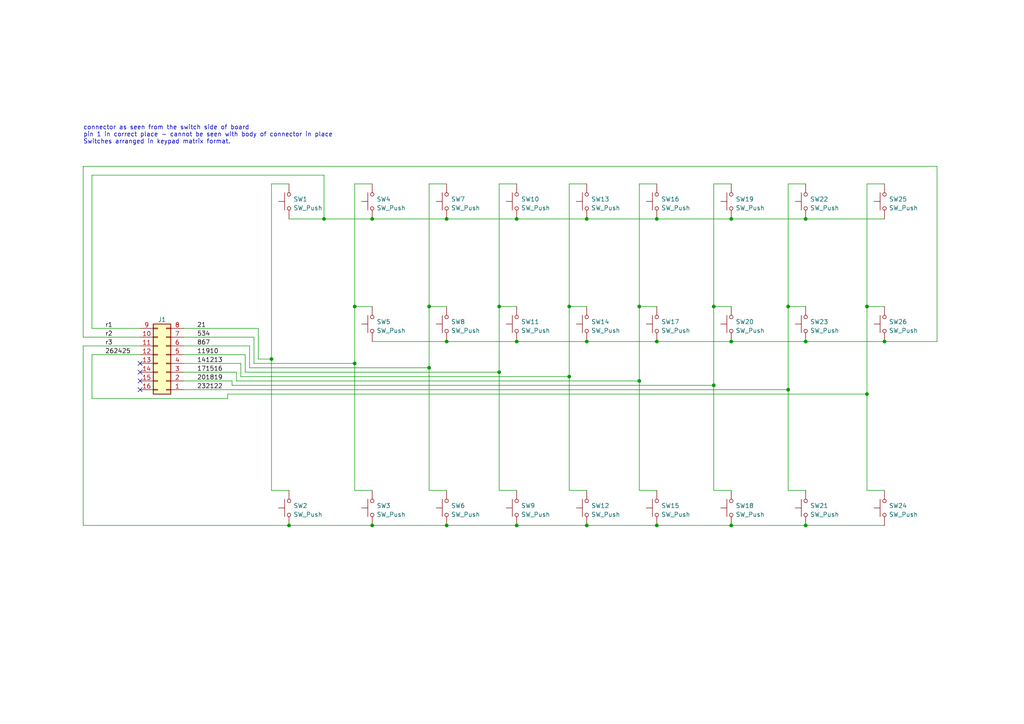
<source format=kicad_sch>
(kicad_sch (version 20230121) (generator eeschema)
  (paper "A4")
  (lib_symbols
    (symbol "Connector_Generic:Conn_02x08_Counter_Clockwise" (pin_names (offset 1.016) hide)
      (property "Reference" "J" (at 1.27 10.16 0))
      (property "Value" "Conn_02x08_Counter_Clockwise" (at 1.27 -12.7 0))
      (symbol "Conn_02x08_Counter_Clockwise_1_1"
        (rectangle (start -1.27 -10.033) (end 0 -10.287) (stroke (width 0.1524)))
        (rectangle (start -1.27 -7.493) (end 0 -7.747) (stroke (width 0.1524)))
        (rectangle (start -1.27 -4.953) (end 0 -5.207) (stroke (width 0.1524)))
        (rectangle (start -1.27 -2.413) (end 0 -2.667) (stroke (width 0.1524)))
        (rectangle (start -1.27 0.127) (end 0 -0.127) (stroke (width 0.1524)))
        (rectangle (start -1.27 2.667) (end 0 2.413) (stroke (width 0.1524)))
        (rectangle (start -1.27 5.207) (end 0 4.953) (stroke (width 0.1524)))
        (rectangle (start -1.27 7.747) (end 0 7.493) (stroke (width 0.1524)))
        (rectangle (start -1.27 8.89) (end 3.81 -11.43) (stroke (width 0.254)) (fill (type background)))
        (rectangle (start 3.81 -10.033) (end 2.54 -10.287) (stroke (width 0.1524)))
        (rectangle (start 3.81 -7.493) (end 2.54 -7.747) (stroke (width 0.1524)))
        (rectangle (start 3.81 -4.953) (end 2.54 -5.207) (stroke (width 0.1524)))
        (rectangle (start 3.81 -2.413) (end 2.54 -2.667) (stroke (width 0.1524)))
        (rectangle (start 3.81 0.127) (end 2.54 -0.127) (stroke (width 0.1524)))
        (rectangle (start 3.81 2.667) (end 2.54 2.413) (stroke (width 0.1524)))
        (rectangle (start 3.81 5.207) (end 2.54 4.953) (stroke (width 0.1524)))
        (rectangle (start 3.81 7.747) (end 2.54 7.493) (stroke (width 0.1524)))
        (pin passive line (at -5.08 7.62 0) (length 3.81) (name "Pin_1") (number "1"))
        (pin passive line (at 7.62 -7.62 180) (length 3.81) (name "Pin_10") (number "10"))
        (pin passive line (at 7.62 -5.08 180) (length 3.81) (name "Pin_11") (number "11"))
        (pin passive line (at 7.62 -2.54 180) (length 3.81) (name "Pin_12") (number "12"))
        (pin passive line (at 7.62 0 180) (length 3.81) (name "Pin_13") (number "13"))
        (pin passive line (at 7.62 2.54 180) (length 3.81) (name "Pin_14") (number "14"))
        (pin passive line (at 7.62 5.08 180) (length 3.81) (name "Pin_15") (number "15"))
        (pin passive line (at 7.62 7.62 180) (length 3.81) (name "Pin_16") (number "16"))
        (pin passive line (at -5.08 5.08 0) (length 3.81) (name "Pin_2") (number "2"))
        (pin passive line (at -5.08 2.54 0) (length 3.81) (name "Pin_3") (number "3"))
        (pin passive line (at -5.08 0 0) (length 3.81) (name "Pin_4") (number "4"))
        (pin passive line (at -5.08 -2.54 0) (length 3.81) (name "Pin_5") (number "5"))
        (pin passive line (at -5.08 -5.08 0) (length 3.81) (name "Pin_6") (number "6"))
        (pin passive line (at -5.08 -7.62 0) (length 3.81) (name "Pin_7") (number "7"))
        (pin passive line (at -5.08 -10.16 0) (length 3.81) (name "Pin_8") (number "8"))
        (pin passive line (at 7.62 -10.16 180) (length 3.81) (name "Pin_9") (number "9"))
      )
    )
    (symbol "Switch:SW_Push" (pin_numbers hide) (pin_names (offset 1.016) hide)
      (property "Reference" "SW" (at 1.27 2.54 0))
      (property "Value" "SW_Push" (at 0 -1.524 0))
      (symbol "SW_Push_0_1"
        (circle (center -2.032 0) (radius 0.508))
        (polyline (pts (xy 0 1.27) (xy 0 3.048)))
        (polyline (pts (xy 2.54 1.27) (xy -2.54 1.27)))
        (circle (center 2.032 0) (radius 0.508))
        (pin passive line (at -5.08 0 0) (length 2.54) (name "1") (number "1"))
        (pin passive line (at 5.08 0 180) (length 2.54) (name "2") (number "2"))
      )
    )
  )
  (junction (at 170.18 63.5))
  (junction (at 149.86 99.06))
  (junction (at 185.42 110.49))
  (junction (at 212.09 152.4))
  (junction (at 124.46 106.68))
  (junction (at 190.5 99.06))
  (junction (at 207.01 88.9))
  (junction (at 185.42 88.9))
  (junction (at 83.82 152.4))
  (junction (at 149.86 152.4))
  (junction (at 190.5 63.5))
  (junction (at 256.54 99.06))
  (junction (at 251.46 88.9))
  (junction (at 207.01 111.76))
  (junction (at 107.95 152.4))
  (junction (at 170.18 99.06))
  (junction (at 165.1 109.22))
  (junction (at 212.09 99.06))
  (junction (at 144.78 88.9))
  (junction (at 233.68 152.4))
  (junction (at 165.1 88.9))
  (junction (at 212.09 63.5))
  (junction (at 102.87 105.41))
  (junction (at 129.54 99.06))
  (junction (at 170.18 152.4))
  (junction (at 102.87 88.9))
  (junction (at 129.54 63.5))
  (junction (at 228.6 113.03))
  (junction (at 144.78 107.95))
  (junction (at 78.74 104.14))
  (junction (at 251.46 114.3))
  (junction (at 233.68 99.06))
  (junction (at 124.46 88.9))
  (junction (at 107.95 63.5))
  (junction (at 129.54 152.4))
  (junction (at 190.5 152.4))
  (junction (at 93.98 63.5))
  (junction (at 228.6 88.9))
  (junction (at 233.68 63.5))
  (junction (at 149.86 63.5))
  (no_connect (at 40.64 107.95))
  (no_connect (at 40.64 113.03))
  (no_connect (at 40.64 105.41))
  (no_connect (at 40.64 110.49))
  (wire (pts (xy 83.82 152.4) (xy 107.95 152.4)))
  (wire (pts (xy 124.46 88.9) (xy 124.46 106.68)))
  (wire (pts (xy 78.74 53.34) (xy 83.82 53.34)))
  (wire (pts (xy 78.74 142.24) (xy 83.82 142.24)))
  (wire (pts (xy 53.34 97.79) (xy 73.66 97.79)))
  (wire (pts (xy 212.09 99.06) (xy 233.68 99.06)))
  (wire (pts (xy 73.66 97.79) (xy 73.66 105.41)))
  (wire (pts (xy 102.87 53.34) (xy 102.87 88.9)))
  (wire (pts (xy 170.18 99.06) (xy 190.5 99.06)))
  (wire (pts (xy 53.34 95.25) (xy 74.93 95.25)))
  (wire (pts (xy 53.34 110.49) (xy 67.31 110.49)))
  (wire (pts (xy 185.42 88.9) (xy 190.5 88.9)))
  (wire (pts (xy 228.6 113.03) (xy 228.6 142.24)))
  (wire (pts (xy 165.1 53.34) (xy 165.1 88.9)))
  (wire (pts (xy 107.95 99.06) (xy 129.54 99.06)))
  (wire (pts (xy 69.85 105.41) (xy 69.85 109.22)))
  (wire (pts (xy 129.54 152.4) (xy 149.86 152.4)))
  (wire (pts (xy 124.46 88.9) (xy 129.54 88.9)))
  (wire (pts (xy 129.54 53.34) (xy 124.46 53.34)))
  (wire (pts (xy 129.54 99.06) (xy 149.86 99.06)))
  (wire (pts (xy 256.54 99.06) (xy 271.78 99.06)))
  (wire (pts (xy 149.86 63.5) (xy 129.54 63.5)))
  (wire (pts (xy 124.46 53.34) (xy 124.46 88.9)))
  (wire (pts (xy 207.01 53.34) (xy 207.01 88.9)))
  (wire (pts (xy 190.5 99.06) (xy 212.09 99.06)))
  (wire (pts (xy 233.68 53.34) (xy 228.6 53.34)))
  (wire (pts (xy 144.78 88.9) (xy 149.86 88.9)))
  (wire (pts (xy 78.74 53.34) (xy 78.74 104.14)))
  (wire (pts (xy 53.34 100.33) (xy 72.39 100.33)))
  (wire (pts (xy 207.01 88.9) (xy 207.01 111.76)))
  (wire (pts (xy 212.09 152.4) (xy 233.68 152.4)))
  (wire (pts (xy 144.78 107.95) (xy 144.78 142.24)))
  (wire (pts (xy 271.78 48.26) (xy 24.13 48.26)))
  (wire (pts (xy 190.5 53.34) (xy 185.42 53.34)))
  (wire (pts (xy 93.98 63.5) (xy 93.98 50.8)))
  (wire (pts (xy 165.1 142.24) (xy 170.18 142.24)))
  (wire (pts (xy 102.87 142.24) (xy 107.95 142.24)))
  (wire (pts (xy 228.6 142.24) (xy 233.68 142.24)))
  (wire (pts (xy 185.42 53.34) (xy 185.42 88.9)))
  (wire (pts (xy 26.67 95.25) (xy 40.64 95.25)))
  (wire (pts (xy 190.5 152.4) (xy 212.09 152.4)))
  (wire (pts (xy 212.09 63.5) (xy 233.68 63.5)))
  (wire (pts (xy 271.78 99.06) (xy 271.78 48.26)))
  (wire (pts (xy 78.74 104.14) (xy 78.74 142.24)))
  (wire (pts (xy 53.34 105.41) (xy 69.85 105.41)))
  (wire (pts (xy 251.46 142.24) (xy 256.54 142.24)))
  (wire (pts (xy 102.87 88.9) (xy 102.87 105.41)))
  (wire (pts (xy 53.34 102.87) (xy 71.12 102.87)))
  (wire (pts (xy 185.42 142.24) (xy 190.5 142.24)))
  (wire (pts (xy 74.93 104.14) (xy 74.93 95.25)))
  (wire (pts (xy 68.58 107.95) (xy 68.58 110.49)))
  (wire (pts (xy 68.58 110.49) (xy 185.42 110.49)))
  (wire (pts (xy 228.6 88.9) (xy 233.68 88.9)))
  (wire (pts (xy 129.54 63.5) (xy 107.95 63.5)))
  (wire (pts (xy 66.04 114.3) (xy 251.46 114.3)))
  (wire (pts (xy 251.46 53.34) (xy 251.46 88.9)))
  (wire (pts (xy 149.86 63.5) (xy 170.18 63.5)))
  (wire (pts (xy 149.86 53.34) (xy 144.78 53.34)))
  (wire (pts (xy 185.42 110.49) (xy 185.42 142.24)))
  (wire (pts (xy 228.6 88.9) (xy 228.6 113.03)))
  (wire (pts (xy 78.74 104.14) (xy 74.93 104.14)))
  (wire (pts (xy 26.67 115.57) (xy 66.04 115.57)))
  (wire (pts (xy 144.78 88.9) (xy 144.78 107.95)))
  (wire (pts (xy 129.54 152.4) (xy 107.95 152.4)))
  (wire (pts (xy 102.87 88.9) (xy 107.95 88.9)))
  (wire (pts (xy 212.09 63.5) (xy 190.5 63.5)))
  (wire (pts (xy 24.13 97.79) (xy 40.64 97.79)))
  (wire (pts (xy 256.54 53.34) (xy 251.46 53.34)))
  (wire (pts (xy 144.78 53.34) (xy 144.78 88.9)))
  (wire (pts (xy 24.13 152.4) (xy 83.82 152.4)))
  (wire (pts (xy 83.82 63.5) (xy 93.98 63.5)))
  (wire (pts (xy 72.39 106.68) (xy 124.46 106.68)))
  (wire (pts (xy 24.13 48.26) (xy 24.13 97.79)))
  (wire (pts (xy 185.42 88.9) (xy 185.42 110.49)))
  (wire (pts (xy 170.18 152.4) (xy 190.5 152.4)))
  (wire (pts (xy 67.31 111.76) (xy 207.01 111.76)))
  (wire (pts (xy 228.6 53.34) (xy 228.6 88.9)))
  (wire (pts (xy 149.86 99.06) (xy 170.18 99.06)))
  (wire (pts (xy 107.95 53.34) (xy 102.87 53.34)))
  (wire (pts (xy 149.86 152.4) (xy 170.18 152.4)))
  (wire (pts (xy 26.67 102.87) (xy 40.64 102.87)))
  (wire (pts (xy 170.18 53.34) (xy 165.1 53.34)))
  (wire (pts (xy 93.98 63.5) (xy 107.95 63.5)))
  (wire (pts (xy 26.67 50.8) (xy 93.98 50.8)))
  (wire (pts (xy 72.39 100.33) (xy 72.39 106.68)))
  (wire (pts (xy 71.12 102.87) (xy 71.12 107.95)))
  (wire (pts (xy 24.13 100.33) (xy 40.64 100.33)))
  (wire (pts (xy 24.13 152.4) (xy 24.13 100.33)))
  (wire (pts (xy 165.1 109.22) (xy 165.1 142.24)))
  (wire (pts (xy 53.34 113.03) (xy 228.6 113.03)))
  (wire (pts (xy 207.01 88.9) (xy 212.09 88.9)))
  (wire (pts (xy 233.68 99.06) (xy 256.54 99.06)))
  (wire (pts (xy 26.67 115.57) (xy 26.67 102.87)))
  (wire (pts (xy 212.09 53.34) (xy 207.01 53.34)))
  (wire (pts (xy 207.01 111.76) (xy 207.01 142.24)))
  (wire (pts (xy 165.1 88.9) (xy 165.1 109.22)))
  (wire (pts (xy 170.18 63.5) (xy 190.5 63.5)))
  (wire (pts (xy 144.78 142.24) (xy 149.86 142.24)))
  (wire (pts (xy 251.46 114.3) (xy 251.46 142.24)))
  (wire (pts (xy 124.46 142.24) (xy 129.54 142.24)))
  (wire (pts (xy 233.68 63.5) (xy 256.54 63.5)))
  (wire (pts (xy 53.34 107.95) (xy 68.58 107.95)))
  (wire (pts (xy 233.68 152.4) (xy 256.54 152.4)))
  (wire (pts (xy 102.87 105.41) (xy 102.87 142.24)))
  (wire (pts (xy 251.46 88.9) (xy 251.46 114.3)))
  (wire (pts (xy 251.46 88.9) (xy 256.54 88.9)))
  (wire (pts (xy 124.46 106.68) (xy 124.46 142.24)))
  (wire (pts (xy 165.1 88.9) (xy 170.18 88.9)))
  (wire (pts (xy 71.12 107.95) (xy 144.78 107.95)))
  (wire (pts (xy 73.66 105.41) (xy 102.87 105.41)))
  (wire (pts (xy 26.67 50.8) (xy 26.67 95.25)))
  (wire (pts (xy 66.04 114.3) (xy 66.04 115.57)))
  (wire (pts (xy 67.31 110.49) (xy 67.31 111.76)))
  (wire (pts (xy 207.01 142.24) (xy 212.09 142.24)))
  (wire (pts (xy 69.85 109.22) (xy 165.1 109.22)))
  (text "connector as seen from the switch side of board\npin 1 in correct place - cannot be seen with body of connector in place\nSwitches arranged in keypad matrix format.\n" (at 24.13 41.91 0) (effects (font (size 1.27 1.27)) (justify left bottom)))
  (label "r3" (at 30.48 100.33 0))
  (label "867" (at 57.15 100.33 0))
  (label "201819" (at 57.15 110.49 0))
  (label "11910" (at 57.15 102.87 0))
  (label "171516" (at 57.15 107.95 0))
  (label "534" (at 57.15 97.79 0))
  (label "21" (at 57.15 95.25 0))
  (label "262425" (at 30.48 102.87 0))
  (label "141213" (at 57.15 105.41 0))
  (label "232122" (at 57.15 113.03 0))
  (label "r1" (at 30.48 95.25 0))
  (label "r2" (at 30.48 97.79 0))
  (symbol (lib_id "Switch:SW_Push") (at 170.18 147.32 90) (unit 1)
    (property "Reference" "SW12" (at 171.45 146.685 90) (effects (justify right)))
    (property "Value" "SW_Push" (at 171.45 149.225 90) (effects (justify right)))
    (instances (project "enigma_hut" (path "" (reference "SW12") (unit 1)) (path "" (reference "SW13") (unit 1))))
  )
  (symbol (lib_id "Switch:SW_Push") (at 212.09 93.98 90) (unit 1)
    (property "Reference" "SW20" (at 213.36 93.345 90) (effects (justify right)))
    (property "Value" "SW_Push" (at 213.36 95.885 90) (effects (justify right)))
    (instances (project "enigma_hut" (path "" (reference "SW20") (unit 1)) (path "" (reference "SW18") (unit 1))))
  )
  (symbol (lib_id "Switch:SW_Push") (at 129.54 147.32 90) (unit 1)
    (property "Reference" "SW6" (at 130.81 146.685 90) (effects (justify right)))
    (property "Value" "SW_Push" (at 130.81 149.225 90) (effects (justify right)))
    (instances (project "enigma_hut" (path "" (reference "SW6") (unit 1)) (path "" (reference "SW7") (unit 1))))
  )
  (symbol (lib_id "Switch:SW_Push") (at 83.82 58.42 90) (unit 1)
    (property "Reference" "SW1" (at 85.09 57.785 90) (effects (justify right)))
    (property "Value" "SW_Push" (at 85.09 60.325 90) (effects (justify right)))
    (instances (project "enigma_hut" (path "" (reference "SW1") (unit 1)) (path "" (reference "SW2") (unit 1))))
  )
  (symbol (lib_id "Switch:SW_Push") (at 233.68 93.98 90) (unit 1)
    (property "Reference" "SW23" (at 234.95 93.345 90) (effects (justify right)))
    (property "Value" "SW_Push" (at 234.95 95.885 90) (effects (justify right)))
    (instances (project "enigma_hut" (path "" (reference "SW23") (unit 1)) (path "" (reference "SW21") (unit 1))))
  )
  (symbol (lib_id "Switch:SW_Push") (at 149.86 147.32 90) (unit 1)
    (property "Reference" "SW9" (at 151.13 146.685 90) (effects (justify right)))
    (property "Value" "SW_Push" (at 151.13 149.225 90) (effects (justify right)))
    (instances (project "enigma_hut" (path "" (reference "SW9") (unit 1)) (path "" (reference "SW10") (unit 1))))
  )
  (symbol (lib_id "Switch:SW_Push") (at 212.09 147.32 90) (unit 1)
    (property "Reference" "SW18" (at 213.36 146.685 90) (effects (justify right)))
    (property "Value" "SW_Push" (at 213.36 149.225 90) (effects (justify right)))
    (instances (project "enigma_hut" (path "" (reference "SW18") (unit 1)) (path "" (reference "SW19") (unit 1))))
  )
  (symbol (lib_id "Switch:SW_Push") (at 190.5 147.32 90) (unit 1)
    (property "Reference" "SW15" (at 191.77 146.685 90) (effects (justify right)))
    (property "Value" "SW_Push" (at 191.77 149.225 90) (effects (justify right)))
    (instances (project "enigma_hut" (path "" (reference "SW15") (unit 1)) (path "" (reference "SW16") (unit 1))))
  )
  (symbol (lib_id "Switch:SW_Push") (at 256.54 58.42 90) (unit 1)
    (property "Reference" "SW25" (at 257.81 57.785 90) (effects (justify right)))
    (property "Value" "SW_Push" (at 257.81 60.325 90) (effects (justify right)))
    (instances (project "enigma_hut" (path "" (reference "SW25") (unit 1)) (path "" (reference "SW26") (unit 1))))
  )
  (symbol (lib_id "Switch:SW_Push") (at 190.5 93.98 90) (unit 1)
    (property "Reference" "SW17" (at 191.77 93.345 90) (effects (justify right)))
    (property "Value" "SW_Push" (at 191.77 95.885 90) (effects (justify right)))
    (instances (project "enigma_hut" (path "" (reference "SW17") (unit 1)) (path "" (reference "SW15") (unit 1))))
  )
  (symbol (lib_id "Switch:SW_Push") (at 233.68 147.32 90) (unit 1)
    (property "Reference" "SW21" (at 234.95 146.685 90) (effects (justify right)))
    (property "Value" "SW_Push" (at 234.95 149.225 90) (effects (justify right)))
    (instances (project "enigma_hut" (path "" (reference "SW21") (unit 1)) (path "" (reference "SW22") (unit 1))))
  )
  (symbol (lib_id "Switch:SW_Push") (at 256.54 93.98 90) (unit 1)
    (property "Reference" "SW26" (at 257.81 93.345 90) (effects (justify right)))
    (property "Value" "SW_Push" (at 257.81 95.885 90) (effects (justify right)))
    (instances (project "enigma_hut" (path "" (reference "SW26") (unit 1)) (path "" (reference "SW24") (unit 1))))
  )
  (symbol (lib_id "Switch:SW_Push") (at 107.95 147.32 90) (unit 1)
    (property "Reference" "SW3" (at 109.22 146.685 90) (effects (justify right)))
    (property "Value" "SW_Push" (at 109.22 149.225 90) (effects (justify right)))
    (instances (project "enigma_hut" (path "" (reference "SW3") (unit 1)) (path "" (reference "SW4") (unit 1))))
  )
  (symbol (lib_id "Connector_Generic:Conn_02x08_Counter_Clockwise") (at 48.26 105.41 180) (unit 1)
    (property "Reference" "J1" (at 46.99 92.71 0))
    (property "Value" "Conn_02x08_Counter_Clockwise" (effects hide))
  )
  (symbol (lib_id "Switch:SW_Push") (at 107.95 93.98 90) (unit 1)
    (property "Reference" "SW5" (at 109.22 93.345 90) (effects (justify right)))
    (property "Value" "SW_Push" (at 109.22 95.885 90) (effects (justify right)))
    (instances (project "enigma_hut" (path "" (reference "SW5") (unit 1)) (path "" (reference "SW3") (unit 1))))
  )
  (symbol (lib_id "Switch:SW_Push") (at 170.18 93.98 90) (unit 1)
    (property "Reference" "SW14" (at 171.45 93.345 90) (effects (justify right)))
    (property "Value" "SW_Push" (at 171.45 95.885 90) (effects (justify right)))
    (instances (project "enigma_hut" (path "" (reference "SW14") (unit 1)) (path "" (reference "SW12") (unit 1))))
  )
  (symbol (lib_id "Switch:SW_Push") (at 107.95 58.42 90) (unit 1)
    (property "Reference" "SW4" (at 109.22 57.785 90) (effects (justify right)))
    (property "Value" "SW_Push" (at 109.22 60.325 90) (effects (justify right)))
    (instances (project "enigma_hut" (path "" (reference "SW4") (unit 1)) (path "" (reference "SW5") (unit 1))))
  )
  (symbol (lib_id "Switch:SW_Push") (at 149.86 58.42 90) (unit 1)
    (property "Reference" "SW10" (at 151.13 57.785 90) (effects (justify right)))
    (property "Value" "SW_Push" (at 151.13 60.325 90) (effects (justify right)))
    (instances (project "enigma_hut" (path "" (reference "SW10") (unit 1)) (path "" (reference "SW11") (unit 1))))
  )
  (symbol (lib_id "Switch:SW_Push") (at 190.5 58.42 90) (unit 1)
    (property "Reference" "SW16" (at 191.77 57.785 90) (effects (justify right)))
    (property "Value" "SW_Push" (at 191.77 60.325 90) (effects (justify right)))
    (instances (project "enigma_hut" (path "" (reference "SW16") (unit 1)) (path "" (reference "SW17") (unit 1))))
  )
  (symbol (lib_id "Switch:SW_Push") (at 256.54 147.32 90) (unit 1)
    (property "Reference" "SW24" (at 257.81 146.685 90) (effects (justify right)))
    (property "Value" "SW_Push" (at 257.81 149.225 90) (effects (justify right)))
    (instances (project "enigma_hut" (path "" (reference "SW24") (unit 1)) (path "" (reference "SW25") (unit 1))))
  )
  (symbol (lib_id "Switch:SW_Push") (at 129.54 58.42 90) (unit 1)
    (property "Reference" "SW7" (at 130.81 57.785 90) (effects (justify right)))
    (property "Value" "SW_Push" (at 130.81 60.325 90) (effects (justify right)))
    (instances (project "enigma_hut" (path "" (reference "SW7") (unit 1)) (path "" (reference "SW8") (unit 1))))
  )
  (symbol (lib_id "Switch:SW_Push") (at 129.54 93.98 90) (unit 1)
    (property "Reference" "SW8" (at 130.81 93.345 90) (effects (justify right)))
    (property "Value" "SW_Push" (at 130.81 95.885 90) (effects (justify right)))
    (instances (project "enigma_hut" (path "" (reference "SW8") (unit 1)) (path "" (reference "SW6") (unit 1))))
  )
  (symbol (lib_id "Switch:SW_Push") (at 233.68 58.42 90) (unit 1)
    (property "Reference" "SW22" (at 234.95 57.785 90) (effects (justify right)))
    (property "Value" "SW_Push" (at 234.95 60.325 90) (effects (justify right)))
    (instances (project "enigma_hut" (path "" (reference "SW22") (unit 1)) (path "" (reference "SW23") (unit 1))))
  )
  (symbol (lib_id "Switch:SW_Push") (at 83.82 147.32 90) (unit 1)
    (property "Reference" "SW2" (at 85.09 146.685 90) (effects (justify right)))
    (property "Value" "SW_Push" (at 85.09 149.225 90) (effects (justify right)))
    (instances (project "enigma_hut" (path "" (reference "SW2") (unit 1)) (path "" (reference "SW1") (unit 1))))
  )
  (symbol (lib_id "Switch:SW_Push") (at 170.18 58.42 90) (unit 1)
    (property "Reference" "SW13" (at 171.45 57.785 90) (effects (justify right)))
    (property "Value" "SW_Push" (at 171.45 60.325 90) (effects (justify right)))
    (instances (project "enigma_hut" (path "" (reference "SW13") (unit 1)) (path "" (reference "SW14") (unit 1))))
  )
  (symbol (lib_id "Switch:SW_Push") (at 149.86 93.98 90) (unit 1)
    (property "Reference" "SW11" (at 151.13 93.345 90) (effects (justify right)))
    (property "Value" "SW_Push" (at 151.13 95.885 90) (effects (justify right)))
    (instances (project "enigma_hut" (path "" (reference "SW11") (unit 1)) (path "" (reference "SW9") (unit 1))))
  )
  (symbol (lib_id "Switch:SW_Push") (at 212.09 58.42 90) (unit 1)
    (property "Reference" "SW19" (at 213.36 57.785 90) (effects (justify right)))
    (property "Value" "SW_Push" (at 213.36 60.325 90) (effects (justify right)))
    (instances (project "enigma_hut" (path "" (reference "SW19") (unit 1)) (path "" (reference "SW20") (unit 1))))
  )
)
</source>
